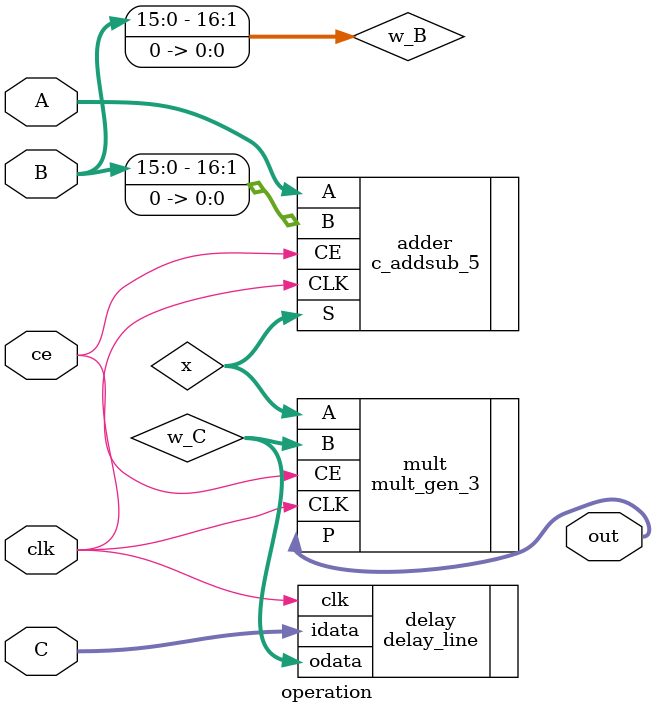
<source format=v>
`timescale 1ns / 1ps


module operation(
    input clk,
    input ce,
    input signed [15:0]A,
    input signed [15:0]B,
    input signed [15:0]C,
    output signed [33:0]out
    );
    
wire signed [17:0]x;
wire [16:0]w_B;
wire [15:0]w_C;

assign w_B = {B, 1'b0};

// Latency - 2
c_addsub_5 adder
(
    .CLK(clk),
    .CE(ce),
    .A(A),
    .B(w_B),
    .S(x)
);

mult_gen_3 mult
(
    .CLK(clk),
    .CE(ce),
    .A(x),
    .B(w_C),
    .P(out)
);

delay_line
#(
    .DELAY(2),
    .N(16)
)
delay
(
    .clk(clk),
    .idata(C),
    .odata(w_C)
);

endmodule

</source>
